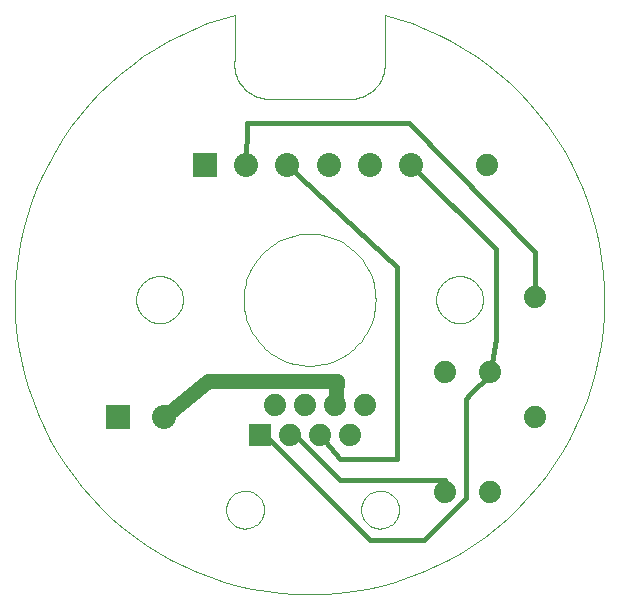
<source format=gtl>
G75*
G70*
%OFA0B0*%
%FSLAX24Y24*%
%IPPOS*%
%LPD*%
%AMOC8*
5,1,8,0,0,1.08239X$1,22.5*
%
%ADD10C,0.0010*%
%ADD11C,0.0000*%
%ADD12C,0.0740*%
%ADD13R,0.0740X0.0740*%
%ADD14R,0.0800X0.0800*%
%ADD15C,0.0800*%
%ADD16C,0.0150*%
%ADD17C,0.0060*%
%ADD18C,0.0160*%
%ADD19C,0.0500*%
D10*
X004154Y011402D02*
X004156Y011458D01*
X004162Y011513D01*
X004172Y011568D01*
X004186Y011622D01*
X004203Y011675D01*
X004224Y011726D01*
X004249Y011776D01*
X004278Y011824D01*
X004310Y011869D01*
X004345Y011913D01*
X004382Y011954D01*
X004423Y011991D01*
X004467Y012026D01*
X004512Y012058D01*
X004560Y012087D01*
X004610Y012112D01*
X004661Y012133D01*
X004714Y012150D01*
X004768Y012164D01*
X004823Y012174D01*
X004878Y012180D01*
X004934Y012182D01*
X004990Y012180D01*
X005045Y012174D01*
X005100Y012164D01*
X005154Y012150D01*
X005207Y012133D01*
X005258Y012112D01*
X005308Y012087D01*
X005356Y012058D01*
X005401Y012026D01*
X005445Y011991D01*
X005486Y011954D01*
X005523Y011913D01*
X005558Y011869D01*
X005590Y011824D01*
X005619Y011776D01*
X005644Y011726D01*
X005665Y011675D01*
X005682Y011622D01*
X005696Y011568D01*
X005706Y011513D01*
X005712Y011458D01*
X005714Y011402D01*
X005712Y011346D01*
X005706Y011291D01*
X005696Y011236D01*
X005682Y011182D01*
X005665Y011129D01*
X005644Y011078D01*
X005619Y011028D01*
X005590Y010980D01*
X005558Y010935D01*
X005523Y010891D01*
X005486Y010850D01*
X005445Y010813D01*
X005401Y010778D01*
X005356Y010746D01*
X005308Y010717D01*
X005258Y010692D01*
X005207Y010671D01*
X005154Y010654D01*
X005100Y010640D01*
X005045Y010630D01*
X004990Y010624D01*
X004934Y010622D01*
X004878Y010624D01*
X004823Y010630D01*
X004768Y010640D01*
X004714Y010654D01*
X004661Y010671D01*
X004610Y010692D01*
X004560Y010717D01*
X004512Y010746D01*
X004467Y010778D01*
X004423Y010813D01*
X004382Y010850D01*
X004345Y010891D01*
X004310Y010935D01*
X004278Y010980D01*
X004249Y011028D01*
X004224Y011078D01*
X004203Y011129D01*
X004186Y011182D01*
X004172Y011236D01*
X004162Y011291D01*
X004156Y011346D01*
X004154Y011402D01*
X007734Y011402D02*
X007737Y011510D01*
X007745Y011618D01*
X007758Y011725D01*
X007776Y011831D01*
X007800Y011937D01*
X007829Y012041D01*
X007863Y012143D01*
X007901Y012244D01*
X007945Y012343D01*
X007994Y012439D01*
X008047Y012533D01*
X008105Y012624D01*
X008167Y012713D01*
X008233Y012798D01*
X008304Y012879D01*
X008378Y012958D01*
X008457Y013032D01*
X008538Y013103D01*
X008623Y013169D01*
X008712Y013231D01*
X008803Y013289D01*
X008897Y013342D01*
X008993Y013391D01*
X009092Y013435D01*
X009193Y013473D01*
X009295Y013507D01*
X009399Y013536D01*
X009505Y013560D01*
X009611Y013578D01*
X009718Y013591D01*
X009826Y013599D01*
X009934Y013602D01*
X010042Y013599D01*
X010150Y013591D01*
X010257Y013578D01*
X010363Y013560D01*
X010469Y013536D01*
X010573Y013507D01*
X010675Y013473D01*
X010776Y013435D01*
X010875Y013391D01*
X010971Y013342D01*
X011065Y013289D01*
X011156Y013231D01*
X011245Y013169D01*
X011330Y013103D01*
X011411Y013032D01*
X011490Y012958D01*
X011564Y012879D01*
X011635Y012798D01*
X011701Y012713D01*
X011763Y012624D01*
X011821Y012533D01*
X011874Y012439D01*
X011923Y012343D01*
X011967Y012244D01*
X012005Y012143D01*
X012039Y012041D01*
X012068Y011937D01*
X012092Y011831D01*
X012110Y011725D01*
X012123Y011618D01*
X012131Y011510D01*
X012134Y011402D01*
X012131Y011294D01*
X012123Y011186D01*
X012110Y011079D01*
X012092Y010973D01*
X012068Y010867D01*
X012039Y010763D01*
X012005Y010661D01*
X011967Y010560D01*
X011923Y010461D01*
X011874Y010365D01*
X011821Y010271D01*
X011763Y010180D01*
X011701Y010091D01*
X011635Y010006D01*
X011564Y009925D01*
X011490Y009846D01*
X011411Y009772D01*
X011330Y009701D01*
X011245Y009635D01*
X011156Y009573D01*
X011065Y009515D01*
X010971Y009462D01*
X010875Y009413D01*
X010776Y009369D01*
X010675Y009331D01*
X010573Y009297D01*
X010469Y009268D01*
X010363Y009244D01*
X010257Y009226D01*
X010150Y009213D01*
X010042Y009205D01*
X009934Y009202D01*
X009826Y009205D01*
X009718Y009213D01*
X009611Y009226D01*
X009505Y009244D01*
X009399Y009268D01*
X009295Y009297D01*
X009193Y009331D01*
X009092Y009369D01*
X008993Y009413D01*
X008897Y009462D01*
X008803Y009515D01*
X008712Y009573D01*
X008623Y009635D01*
X008538Y009701D01*
X008457Y009772D01*
X008378Y009846D01*
X008304Y009925D01*
X008233Y010006D01*
X008167Y010091D01*
X008105Y010180D01*
X008047Y010271D01*
X007994Y010365D01*
X007945Y010461D01*
X007901Y010560D01*
X007863Y010661D01*
X007829Y010763D01*
X007800Y010867D01*
X007776Y010973D01*
X007758Y011079D01*
X007745Y011186D01*
X007737Y011294D01*
X007734Y011402D01*
X007434Y020902D02*
X006973Y020768D01*
X006519Y020612D01*
X006073Y020434D01*
X005636Y020235D01*
X005210Y020014D01*
X004794Y019773D01*
X004391Y019512D01*
X004002Y019231D01*
X003626Y018932D01*
X003266Y018615D01*
X002921Y018280D01*
X002594Y017930D01*
X002283Y017563D01*
X001991Y017182D01*
X001718Y016787D01*
X001465Y016379D01*
X001232Y015959D01*
X001020Y015528D01*
X000829Y015088D01*
X000659Y014639D01*
X000512Y014181D01*
X000388Y013718D01*
X000286Y013248D01*
X000207Y012775D01*
X000152Y012298D01*
X000120Y011819D01*
X000111Y011339D01*
X000126Y010859D01*
X000164Y010380D01*
X000226Y009904D01*
X000311Y009431D01*
X000419Y008963D01*
X000549Y008501D01*
X000702Y008046D01*
X000877Y007599D01*
X001074Y007161D01*
X001291Y006733D01*
X001530Y006316D01*
X001789Y005912D01*
X002067Y005520D01*
X002363Y005143D01*
X002678Y004780D01*
X003011Y004434D01*
X003359Y004104D01*
X003724Y003791D01*
X004103Y003497D01*
X004496Y003221D01*
X004903Y002965D01*
X005321Y002730D01*
X005750Y002515D01*
X006190Y002321D01*
X006638Y002149D01*
X007094Y001999D01*
X007557Y001871D01*
X008025Y001766D01*
X008499Y001684D01*
X008975Y001626D01*
X009454Y001591D01*
X009934Y001579D01*
X010414Y001591D01*
X010893Y001626D01*
X011369Y001684D01*
X011843Y001766D01*
X012311Y001871D01*
X012774Y001999D01*
X013230Y002149D01*
X013678Y002321D01*
X014118Y002515D01*
X014547Y002730D01*
X014965Y002965D01*
X015372Y003221D01*
X015765Y003497D01*
X016144Y003791D01*
X016509Y004104D01*
X016857Y004434D01*
X017190Y004780D01*
X017505Y005143D01*
X017801Y005520D01*
X018079Y005912D01*
X018338Y006316D01*
X018577Y006733D01*
X018794Y007161D01*
X018991Y007599D01*
X019166Y008046D01*
X019319Y008501D01*
X019449Y008963D01*
X019557Y009431D01*
X019642Y009904D01*
X019704Y010380D01*
X019742Y010859D01*
X019757Y011339D01*
X019748Y011819D01*
X019716Y012298D01*
X019661Y012775D01*
X019582Y013248D01*
X019480Y013718D01*
X019356Y014181D01*
X019209Y014639D01*
X019039Y015088D01*
X018848Y015528D01*
X018636Y015959D01*
X018403Y016379D01*
X018150Y016787D01*
X017877Y017182D01*
X017585Y017563D01*
X017274Y017930D01*
X016947Y018280D01*
X016602Y018615D01*
X016242Y018932D01*
X015866Y019231D01*
X015477Y019512D01*
X015074Y019773D01*
X014658Y020014D01*
X014232Y020235D01*
X013795Y020434D01*
X013349Y020612D01*
X012895Y020768D01*
X012434Y020902D01*
X012434Y019402D01*
X012441Y019337D01*
X012444Y019272D01*
X012443Y019207D01*
X012439Y019142D01*
X012431Y019078D01*
X012419Y019014D01*
X012404Y018950D01*
X012385Y018888D01*
X012363Y018827D01*
X012338Y018767D01*
X012309Y018709D01*
X012277Y018652D01*
X012242Y018597D01*
X012203Y018545D01*
X012162Y018494D01*
X012118Y018446D01*
X012072Y018401D01*
X012023Y018358D01*
X011972Y018318D01*
X011918Y018281D01*
X011863Y018247D01*
X011806Y018216D01*
X011747Y018188D01*
X011686Y018164D01*
X011625Y018143D01*
X011562Y018126D01*
X011498Y018112D01*
X011434Y018102D01*
X008434Y018102D01*
X008370Y018112D01*
X008306Y018126D01*
X008243Y018143D01*
X008182Y018164D01*
X008121Y018188D01*
X008062Y018216D01*
X008005Y018247D01*
X007950Y018281D01*
X007896Y018318D01*
X007845Y018358D01*
X007796Y018401D01*
X007750Y018446D01*
X007706Y018494D01*
X007665Y018545D01*
X007626Y018597D01*
X007591Y018652D01*
X007559Y018709D01*
X007530Y018767D01*
X007505Y018827D01*
X007483Y018888D01*
X007464Y018950D01*
X007449Y019014D01*
X007437Y019078D01*
X007429Y019142D01*
X007425Y019207D01*
X007424Y019272D01*
X007427Y019337D01*
X007434Y019402D01*
X007434Y020902D01*
X014154Y011402D02*
X014156Y011458D01*
X014162Y011513D01*
X014172Y011568D01*
X014186Y011622D01*
X014203Y011675D01*
X014224Y011726D01*
X014249Y011776D01*
X014278Y011824D01*
X014310Y011869D01*
X014345Y011913D01*
X014382Y011954D01*
X014423Y011991D01*
X014467Y012026D01*
X014512Y012058D01*
X014560Y012087D01*
X014610Y012112D01*
X014661Y012133D01*
X014714Y012150D01*
X014768Y012164D01*
X014823Y012174D01*
X014878Y012180D01*
X014934Y012182D01*
X014990Y012180D01*
X015045Y012174D01*
X015100Y012164D01*
X015154Y012150D01*
X015207Y012133D01*
X015258Y012112D01*
X015308Y012087D01*
X015356Y012058D01*
X015401Y012026D01*
X015445Y011991D01*
X015486Y011954D01*
X015523Y011913D01*
X015558Y011869D01*
X015590Y011824D01*
X015619Y011776D01*
X015644Y011726D01*
X015665Y011675D01*
X015682Y011622D01*
X015696Y011568D01*
X015706Y011513D01*
X015712Y011458D01*
X015714Y011402D01*
X015712Y011346D01*
X015706Y011291D01*
X015696Y011236D01*
X015682Y011182D01*
X015665Y011129D01*
X015644Y011078D01*
X015619Y011028D01*
X015590Y010980D01*
X015558Y010935D01*
X015523Y010891D01*
X015486Y010850D01*
X015445Y010813D01*
X015401Y010778D01*
X015356Y010746D01*
X015308Y010717D01*
X015258Y010692D01*
X015207Y010671D01*
X015154Y010654D01*
X015100Y010640D01*
X015045Y010630D01*
X014990Y010624D01*
X014934Y010622D01*
X014878Y010624D01*
X014823Y010630D01*
X014768Y010640D01*
X014714Y010654D01*
X014661Y010671D01*
X014610Y010692D01*
X014560Y010717D01*
X014512Y010746D01*
X014467Y010778D01*
X014423Y010813D01*
X014382Y010850D01*
X014345Y010891D01*
X014310Y010935D01*
X014278Y010980D01*
X014249Y011028D01*
X014224Y011078D01*
X014203Y011129D01*
X014186Y011182D01*
X014172Y011236D01*
X014162Y011291D01*
X014156Y011346D01*
X014154Y011402D01*
D11*
X011654Y004402D02*
X011656Y004452D01*
X011662Y004502D01*
X011672Y004551D01*
X011686Y004599D01*
X011703Y004646D01*
X011724Y004691D01*
X011749Y004735D01*
X011777Y004776D01*
X011809Y004815D01*
X011843Y004852D01*
X011880Y004886D01*
X011920Y004916D01*
X011962Y004943D01*
X012006Y004967D01*
X012052Y004988D01*
X012099Y005004D01*
X012147Y005017D01*
X012197Y005026D01*
X012246Y005031D01*
X012297Y005032D01*
X012347Y005029D01*
X012396Y005022D01*
X012445Y005011D01*
X012493Y004996D01*
X012539Y004978D01*
X012584Y004956D01*
X012627Y004930D01*
X012668Y004901D01*
X012707Y004869D01*
X012743Y004834D01*
X012775Y004796D01*
X012805Y004756D01*
X012832Y004713D01*
X012855Y004669D01*
X012874Y004623D01*
X012890Y004575D01*
X012902Y004526D01*
X012910Y004477D01*
X012914Y004427D01*
X012914Y004377D01*
X012910Y004327D01*
X012902Y004278D01*
X012890Y004229D01*
X012874Y004181D01*
X012855Y004135D01*
X012832Y004091D01*
X012805Y004048D01*
X012775Y004008D01*
X012743Y003970D01*
X012707Y003935D01*
X012668Y003903D01*
X012627Y003874D01*
X012584Y003848D01*
X012539Y003826D01*
X012493Y003808D01*
X012445Y003793D01*
X012396Y003782D01*
X012347Y003775D01*
X012297Y003772D01*
X012246Y003773D01*
X012197Y003778D01*
X012147Y003787D01*
X012099Y003800D01*
X012052Y003816D01*
X012006Y003837D01*
X011962Y003861D01*
X011920Y003888D01*
X011880Y003918D01*
X011843Y003952D01*
X011809Y003989D01*
X011777Y004028D01*
X011749Y004069D01*
X011724Y004113D01*
X011703Y004158D01*
X011686Y004205D01*
X011672Y004253D01*
X011662Y004302D01*
X011656Y004352D01*
X011654Y004402D01*
X007154Y004402D02*
X007156Y004452D01*
X007162Y004502D01*
X007172Y004551D01*
X007186Y004599D01*
X007203Y004646D01*
X007224Y004691D01*
X007249Y004735D01*
X007277Y004776D01*
X007309Y004815D01*
X007343Y004852D01*
X007380Y004886D01*
X007420Y004916D01*
X007462Y004943D01*
X007506Y004967D01*
X007552Y004988D01*
X007599Y005004D01*
X007647Y005017D01*
X007697Y005026D01*
X007746Y005031D01*
X007797Y005032D01*
X007847Y005029D01*
X007896Y005022D01*
X007945Y005011D01*
X007993Y004996D01*
X008039Y004978D01*
X008084Y004956D01*
X008127Y004930D01*
X008168Y004901D01*
X008207Y004869D01*
X008243Y004834D01*
X008275Y004796D01*
X008305Y004756D01*
X008332Y004713D01*
X008355Y004669D01*
X008374Y004623D01*
X008390Y004575D01*
X008402Y004526D01*
X008410Y004477D01*
X008414Y004427D01*
X008414Y004377D01*
X008410Y004327D01*
X008402Y004278D01*
X008390Y004229D01*
X008374Y004181D01*
X008355Y004135D01*
X008332Y004091D01*
X008305Y004048D01*
X008275Y004008D01*
X008243Y003970D01*
X008207Y003935D01*
X008168Y003903D01*
X008127Y003874D01*
X008084Y003848D01*
X008039Y003826D01*
X007993Y003808D01*
X007945Y003793D01*
X007896Y003782D01*
X007847Y003775D01*
X007797Y003772D01*
X007746Y003773D01*
X007697Y003778D01*
X007647Y003787D01*
X007599Y003800D01*
X007552Y003816D01*
X007506Y003837D01*
X007462Y003861D01*
X007420Y003888D01*
X007380Y003918D01*
X007343Y003952D01*
X007309Y003989D01*
X007277Y004028D01*
X007249Y004069D01*
X007224Y004113D01*
X007203Y004158D01*
X007186Y004205D01*
X007172Y004253D01*
X007162Y004302D01*
X007156Y004352D01*
X007154Y004402D01*
D12*
X009284Y006902D03*
X010284Y006902D03*
X011284Y006902D03*
X010784Y007902D03*
X009784Y007902D03*
X008784Y007902D03*
X011784Y007902D03*
X014434Y009002D03*
X015934Y009002D03*
X017434Y007502D03*
X015934Y005002D03*
X014434Y005002D03*
X017434Y011502D03*
X015834Y015902D03*
D13*
X008284Y006902D03*
D14*
X003564Y007502D03*
X006434Y015902D03*
D15*
X007812Y015902D03*
X009190Y015902D03*
X010568Y015902D03*
X011946Y015902D03*
X013324Y015902D03*
X005082Y007502D03*
D16*
X008284Y006902D02*
X008434Y006902D01*
X011934Y003402D01*
X010934Y005402D02*
X014434Y005402D01*
X014434Y005002D01*
X014434Y004902D01*
X012834Y006102D02*
X010934Y006102D01*
X010284Y006902D01*
X009434Y006902D02*
X009284Y006902D01*
X009434Y006902D02*
X010934Y005402D01*
X012834Y006102D02*
X012834Y012502D01*
X009190Y015902D01*
X007812Y015902D02*
X007834Y017302D01*
X013234Y017302D01*
X017434Y013002D01*
X017434Y011502D01*
X016134Y010102D02*
X016134Y013102D01*
X013324Y015902D01*
X013434Y015902D01*
X016134Y010102D02*
X015934Y008902D01*
X015284Y008252D01*
D17*
X015934Y008902D02*
X015934Y009002D01*
D18*
X015284Y008252D02*
X015134Y008102D01*
X015134Y004802D01*
X013734Y003402D01*
X011934Y003402D01*
D19*
X010784Y007902D02*
X010834Y008702D01*
X006534Y008702D01*
X005082Y007502D01*
M02*

</source>
